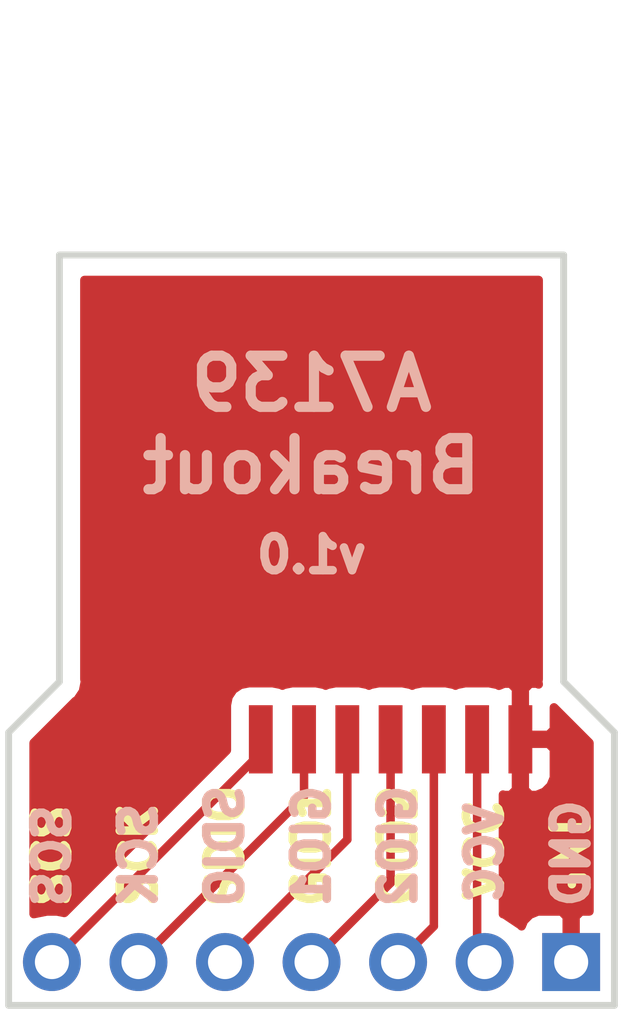
<source format=kicad_pcb>
(kicad_pcb (version 20171130) (host pcbnew "(5.0.0-3-g5ebb6b6)")

  (general
    (thickness 0.8)
    (drawings 24)
    (tracks 12)
    (zones 0)
    (modules 2)
    (nets 8)
  )

  (page A4)
  (layers
    (0 F.Cu signal)
    (31 B.Cu signal)
    (32 B.Adhes user)
    (33 F.Adhes user)
    (34 B.Paste user)
    (35 F.Paste user)
    (36 B.SilkS user)
    (37 F.SilkS user)
    (38 B.Mask user)
    (39 F.Mask user)
    (40 Dwgs.User user)
    (41 Cmts.User user)
    (42 Eco1.User user)
    (43 Eco2.User user)
    (44 Edge.Cuts user)
    (45 Margin user)
    (46 B.CrtYd user)
    (47 F.CrtYd user)
    (48 B.Fab user)
    (49 F.Fab user)
  )

  (setup
    (last_trace_width 0.25)
    (trace_clearance 0.1524)
    (zone_clearance 0.508)
    (zone_45_only no)
    (trace_min 0.1524)
    (segment_width 0.2)
    (edge_width 0.2)
    (via_size 0.6858)
    (via_drill 0.3302)
    (via_min_size 0.6858)
    (via_min_drill 0.3302)
    (uvia_size 0.6858)
    (uvia_drill 0.3302)
    (uvias_allowed no)
    (uvia_min_size 0.2)
    (uvia_min_drill 0.1)
    (pcb_text_width 0.3)
    (pcb_text_size 1.5 1.5)
    (mod_edge_width 0.15)
    (mod_text_size 1 1)
    (mod_text_width 0.15)
    (pad_size 1.524 1.524)
    (pad_drill 0.762)
    (pad_to_mask_clearance 0.0508)
    (aux_axis_origin 0 0)
    (visible_elements FFFFFF7F)
    (pcbplotparams
      (layerselection 0x010f0_ffffffff)
      (usegerberextensions false)
      (usegerberattributes false)
      (usegerberadvancedattributes false)
      (creategerberjobfile false)
      (excludeedgelayer true)
      (linewidth 0.100000)
      (plotframeref false)
      (viasonmask false)
      (mode 1)
      (useauxorigin false)
      (hpglpennumber 1)
      (hpglpenspeed 20)
      (hpglpendiameter 15.000000)
      (psnegative false)
      (psa4output false)
      (plotreference true)
      (plotvalue true)
      (plotinvisibletext false)
      (padsonsilk false)
      (subtractmaskfromsilk false)
      (outputformat 1)
      (mirror false)
      (drillshape 0)
      (scaleselection 1)
      (outputdirectory "../gerbers/"))
  )

  (net 0 "")
  (net 1 "Net-(J1-Pad1)")
  (net 2 "Net-(J1-Pad2)")
  (net 3 "Net-(J1-Pad3)")
  (net 4 "Net-(J1-Pad4)")
  (net 5 "Net-(J1-Pad5)")
  (net 6 "Net-(J1-Pad6)")
  (net 7 "Net-(J1-Pad7)")

  (net_class Default "This is the default net class."
    (clearance 0.1524)
    (trace_width 0.25)
    (via_dia 0.6858)
    (via_drill 0.3302)
    (uvia_dia 0.6858)
    (uvia_drill 0.3302)
    (add_net "Net-(J1-Pad1)")
    (add_net "Net-(J1-Pad2)")
    (add_net "Net-(J1-Pad3)")
    (add_net "Net-(J1-Pad4)")
    (add_net "Net-(J1-Pad5)")
    (add_net "Net-(J1-Pad6)")
    (add_net "Net-(J1-Pad7)")
  )

  (module A7139-Breakout:CustomPinHeader_1x07_P2.54mm_Vertical (layer F.Cu) (tedit 5B6BF0B1) (tstamp 5B834215)
    (at 143.51 125.73 270)
    (descr "Through hole straight pin header, 1x07, 2.54mm pitch, single row")
    (tags "Through hole pin header THT 1x07 2.54mm single row")
    (path /5B6B85E0)
    (fp_text reference J1 (at 7.62 12.7) (layer F.SilkS) hide
      (effects (font (size 1 1) (thickness 0.15)))
    )
    (fp_text value Conn_01x07_Male (at 5.08 6.35) (layer F.Fab) hide
      (effects (font (size 1 1) (thickness 0.15)))
    )
    (fp_line (start -0.635 -1.27) (end 1.27 -1.27) (layer F.Fab) (width 0.1))
    (fp_line (start 1.27 -1.27) (end 1.27 16.51) (layer F.Fab) (width 0.1))
    (fp_line (start 1.27 16.51) (end -1.27 16.51) (layer F.Fab) (width 0.1))
    (fp_line (start -1.27 16.51) (end -1.27 -0.635) (layer F.Fab) (width 0.1))
    (fp_line (start -1.27 -0.635) (end -0.635 -1.27) (layer F.Fab) (width 0.1))
    (fp_line (start -1.33 16.57) (end 1.33 16.57) (layer Cmts.User) (width 0.12))
    (fp_line (start -1.33 1.27) (end -1.33 16.57) (layer Cmts.User) (width 0.12))
    (fp_line (start 1.33 1.27) (end 1.33 16.57) (layer Cmts.User) (width 0.12))
    (fp_line (start -1.33 1.27) (end 1.33 1.27) (layer Cmts.User) (width 0.12))
    (fp_line (start -1.33 0) (end -1.33 -1.33) (layer Cmts.User) (width 0.12))
    (fp_line (start -1.33 -1.33) (end 0 -1.33) (layer Cmts.User) (width 0.12))
    (fp_text user %R (at 0 7.62) (layer F.Fab)
      (effects (font (size 1 1) (thickness 0.15)))
    )
    (pad 1 thru_hole rect (at 0 0) (size 1.7 1.7) (drill 1) (layers *.Cu *.Mask)
      (net 1 "Net-(J1-Pad1)"))
    (pad 2 thru_hole oval (at 0 2.54) (size 1.7 1.7) (drill 1) (layers *.Cu *.Mask)
      (net 2 "Net-(J1-Pad2)"))
    (pad 3 thru_hole oval (at 0 5.08 270) (size 1.7 1.7) (drill 1) (layers *.Cu *.Mask)
      (net 3 "Net-(J1-Pad3)"))
    (pad 4 thru_hole oval (at 0 7.62 270) (size 1.7 1.7) (drill 1) (layers *.Cu *.Mask)
      (net 4 "Net-(J1-Pad4)"))
    (pad 5 thru_hole oval (at 0 10.16 270) (size 1.7 1.7) (drill 1) (layers *.Cu *.Mask)
      (net 5 "Net-(J1-Pad5)"))
    (pad 6 thru_hole oval (at 0 12.7 270) (size 1.7 1.7) (drill 1) (layers *.Cu *.Mask)
      (net 6 "Net-(J1-Pad6)"))
    (pad 7 thru_hole oval (at 0 15.24 270) (size 1.7 1.7) (drill 1) (layers *.Cu *.Mask)
      (net 7 "Net-(J1-Pad7)"))
    (model ${KISYS3DMOD}/Connector_PinHeader_2.54mm.3dshapes/PinHeader_1x07_P2.54mm_Vertical.wrl
      (at (xyz 0 0 0))
      (scale (xyz 1 1 1))
      (rotate (xyz 0 0 0))
    )
  )

  (module A7139-Breakout:A7139-Module (layer F.Cu) (tedit 5B6BF080) (tstamp 5B83520F)
    (at 128.49 118.2)
    (path /5B6B803A)
    (fp_text reference U1 (at 7.62 -15.24) (layer F.SilkS) hide
      (effects (font (size 1 1) (thickness 0.15)))
    )
    (fp_text value A7139 (at 7.62 -17.78) (layer F.Fab) hide
      (effects (font (size 1 1) (thickness 0.15)))
    )
    (fp_line (start 0 0) (end 14.8 0) (layer Cmts.User) (width 0.15))
    (fp_line (start 14.8 0) (end 14.8 -20.6) (layer Cmts.User) (width 0.15))
    (fp_line (start 0 -20.6) (end 14.8 -20.6) (layer Cmts.User) (width 0.15))
    (fp_line (start 0 0) (end 0 -20.6) (layer Cmts.User) (width 0.15))
    (fp_line (start 0 -13) (end 14.8 -13) (layer Cmts.User) (width 0.15))
    (pad 7 smd rect (at 5.91 1) (size 0.7 2) (layers F.Cu F.Paste F.Mask)
      (net 7 "Net-(J1-Pad7)"))
    (pad 6 smd rect (at 7.18 1) (size 0.7 2) (layers F.Cu F.Paste F.Mask)
      (net 6 "Net-(J1-Pad6)"))
    (pad 5 smd rect (at 8.45 1) (size 0.7 2) (layers F.Cu F.Paste F.Mask)
      (net 5 "Net-(J1-Pad5)"))
    (pad 4 smd rect (at 9.72 1) (size 0.7 2) (layers F.Cu F.Paste F.Mask)
      (net 4 "Net-(J1-Pad4)"))
    (pad 3 smd rect (at 10.99 1) (size 0.7 2) (layers F.Cu F.Paste F.Mask)
      (net 3 "Net-(J1-Pad3)"))
    (pad 2 smd rect (at 12.26 1) (size 0.7 2) (layers F.Cu F.Paste F.Mask)
      (net 2 "Net-(J1-Pad2)"))
    (pad 1 smd rect (at 13.53 1) (size 0.7 2) (layers F.Cu F.Paste F.Mask)
      (net 1 "Net-(J1-Pad1)"))
  )

  (gr_text v1.0 (at 135.89 113.792) (layer B.SilkS)
    (effects (font (size 1 1) (thickness 0.25)) (justify mirror))
  )
  (gr_text "A7139\nBreakout" (at 135.89 109.982) (layer B.SilkS)
    (effects (font (size 1.5 1.5) (thickness 0.3)) (justify mirror))
  )
  (gr_line (start 143.29 105) (end 143.29 117.51) (layer Edge.Cuts) (width 0.2))
  (gr_line (start 143.29 117.51) (end 144.78 119) (layer Edge.Cuts) (width 0.2))
  (gr_line (start 128.49 117.51) (end 128.49 105) (layer Edge.Cuts) (width 0.2))
  (gr_line (start 128.49 117.51) (end 127 119) (layer Edge.Cuts) (width 0.2))
  (gr_line (start 144.78 127) (end 144.78 119) (layer Edge.Cuts) (width 0.2))
  (gr_line (start 128.49 105) (end 143.29 105) (layer Edge.Cuts) (width 0.2) (tstamp 5B83503A))
  (gr_line (start 127 127) (end 127 119) (layer Edge.Cuts) (width 0.2) (tstamp 5B834704))
  (gr_line (start 127 127) (end 144.78 127) (layer Edge.Cuts) (width 0.2))
  (gr_text GIO1 (at 135.89 124.23 90) (layer B.SilkS) (tstamp 5B6B94B6)
    (effects (font (size 1 1) (thickness 0.25)) (justify right mirror))
  )
  (gr_text GIO2 (at 138.43 124.23 90) (layer B.SilkS) (tstamp 5B6B944D)
    (effects (font (size 1 1) (thickness 0.25)) (justify right mirror))
  )
  (gr_text GND (at 143.51 124.23 90) (layer B.SilkS) (tstamp 5B6B944C)
    (effects (font (size 1 1) (thickness 0.25)) (justify right mirror))
  )
  (gr_text SCK (at 130.81 124.23 90) (layer B.SilkS) (tstamp 5B6B944B)
    (effects (font (size 1 1) (thickness 0.25)) (justify right mirror))
  )
  (gr_text VCC (at 140.97 124.13 90) (layer B.SilkS) (tstamp 5B6B944A)
    (effects (font (size 1 1) (thickness 0.25)) (justify right mirror))
  )
  (gr_text SDIO (at 133.35 124.23 90) (layer B.SilkS) (tstamp 5B6B9449)
    (effects (font (size 1 1) (thickness 0.25)) (justify right mirror))
  )
  (gr_text SCS (at 128.27 124.23 90) (layer B.SilkS) (tstamp 5B6B9447)
    (effects (font (size 1 1) (thickness 0.25)) (justify right mirror))
  )
  (gr_text SCS (at 128.27 124.23 90) (layer F.SilkS) (tstamp 5B6B943E)
    (effects (font (size 1 1) (thickness 0.25)) (justify left))
  )
  (gr_text SCK (at 130.81 124.23 90) (layer F.SilkS) (tstamp 5B6B943C)
    (effects (font (size 1 1) (thickness 0.25)) (justify left))
  )
  (gr_text SDIO (at 133.35 124.23 90) (layer F.SilkS) (tstamp 5B6B9437)
    (effects (font (size 1 1) (thickness 0.25)) (justify left))
  )
  (gr_text GIO1 (at 135.89 124.23 90) (layer F.SilkS) (tstamp 5B6B9435)
    (effects (font (size 1 1) (thickness 0.25)) (justify left))
  )
  (gr_text GIO2 (at 138.43 124.23 90) (layer F.SilkS) (tstamp 5B6B9433)
    (effects (font (size 1 1) (thickness 0.25)) (justify left))
  )
  (gr_text VCC (at 140.97 124.03 90) (layer F.SilkS) (tstamp 5B6B9430)
    (effects (font (size 1 1) (thickness 0.25)) (justify left))
  )
  (gr_text GND (at 143.51 124.23 90) (layer F.SilkS)
    (effects (font (size 1 1) (thickness 0.25)) (justify left))
  )

  (segment (start 140.75 125.51) (end 140.97 125.73) (width 0.25) (layer F.Cu) (net 2))
  (segment (start 140.75 119.2) (end 140.75 125.51) (width 0.25) (layer F.Cu) (net 2))
  (segment (start 139.48 124.68) (end 138.43 125.73) (width 0.25) (layer F.Cu) (net 3))
  (segment (start 139.48 119.2) (end 139.48 124.68) (width 0.25) (layer F.Cu) (net 3))
  (segment (start 138.21 123.41) (end 135.89 125.73) (width 0.25) (layer F.Cu) (net 4))
  (segment (start 138.21 119.2) (end 138.21 123.41) (width 0.25) (layer F.Cu) (net 4))
  (segment (start 136.94 122.14) (end 136.94 119.2) (width 0.25) (layer F.Cu) (net 5))
  (segment (start 133.35 125.73) (end 136.94 122.14) (width 0.25) (layer F.Cu) (net 5))
  (segment (start 135.67 120.87) (end 130.81 125.73) (width 0.25) (layer F.Cu) (net 6))
  (segment (start 135.67 119.2) (end 135.67 120.87) (width 0.25) (layer F.Cu) (net 6))
  (segment (start 134.4 119.6) (end 134.4 119.2) (width 0.25) (layer F.Cu) (net 7))
  (segment (start 128.27 125.73) (end 134.4 119.6) (width 0.25) (layer F.Cu) (net 7))

  (zone (net 1) (net_name "Net-(J1-Pad1)") (layer F.Cu) (tstamp 5B8359EF) (hatch edge 0.508)
    (connect_pads (clearance 0.508))
    (min_thickness 0.254)
    (fill yes (arc_segments 16) (thermal_gap 0.508) (thermal_bridge_width 0.508))
    (polygon
      (pts
        (xy 126.7714 118.8974) (xy 126.746 127.381) (xy 145.2372 127.5588) (xy 145.2372 119.0498) (xy 143.7132 117.3226)
        (xy 143.5608 104.7242) (xy 128.27 104.775) (xy 128.2192 117.1956)
      )
    )
    (filled_polygon
      (pts
        (xy 142.555001 117.437611) (xy 142.540602 117.51) (xy 142.556501 117.589933) (xy 142.496309 117.565) (xy 142.30575 117.565)
        (xy 142.147 117.72375) (xy 142.147 119.073) (xy 142.84625 119.073) (xy 143.005 118.91425) (xy 143.005 118.264446)
        (xy 144.045001 119.304448) (xy 144.045 124.245) (xy 143.79575 124.245) (xy 143.637 124.40375) (xy 143.637 125.603)
        (xy 143.657 125.603) (xy 143.657 125.857) (xy 143.637 125.857) (xy 143.637 125.877) (xy 143.383 125.877)
        (xy 143.383 125.857) (xy 143.363 125.857) (xy 143.363 125.603) (xy 143.383 125.603) (xy 143.383 124.40375)
        (xy 143.22425 124.245) (xy 142.533691 124.245) (xy 142.300302 124.341673) (xy 142.121673 124.520301) (xy 142.055096 124.681032)
        (xy 142.040625 124.659375) (xy 141.549418 124.331161) (xy 141.51 124.32332) (xy 141.51 120.821045) (xy 141.543691 120.835)
        (xy 141.73425 120.835) (xy 141.893 120.67625) (xy 141.893 119.327) (xy 142.147 119.327) (xy 142.147 120.67625)
        (xy 142.30575 120.835) (xy 142.496309 120.835) (xy 142.729698 120.738327) (xy 142.908327 120.559699) (xy 143.005 120.32631)
        (xy 143.005 119.48575) (xy 142.84625 119.327) (xy 142.147 119.327) (xy 141.893 119.327) (xy 141.873 119.327)
        (xy 141.873 119.073) (xy 141.893 119.073) (xy 141.893 117.72375) (xy 141.73425 117.565) (xy 141.543691 117.565)
        (xy 141.388704 117.629198) (xy 141.347765 117.601843) (xy 141.1 117.55256) (xy 140.4 117.55256) (xy 140.152235 117.601843)
        (xy 140.115 117.626723) (xy 140.077765 117.601843) (xy 139.83 117.55256) (xy 139.13 117.55256) (xy 138.882235 117.601843)
        (xy 138.845 117.626723) (xy 138.807765 117.601843) (xy 138.56 117.55256) (xy 137.86 117.55256) (xy 137.612235 117.601843)
        (xy 137.575 117.626723) (xy 137.537765 117.601843) (xy 137.29 117.55256) (xy 136.59 117.55256) (xy 136.342235 117.601843)
        (xy 136.305 117.626723) (xy 136.267765 117.601843) (xy 136.02 117.55256) (xy 135.32 117.55256) (xy 135.072235 117.601843)
        (xy 135.035 117.626723) (xy 134.997765 117.601843) (xy 134.75 117.55256) (xy 134.05 117.55256) (xy 133.802235 117.601843)
        (xy 133.592191 117.742191) (xy 133.451843 117.952235) (xy 133.40256 118.2) (xy 133.40256 119.522638) (xy 128.636408 124.288791)
        (xy 128.416256 124.245) (xy 128.123744 124.245) (xy 127.735 124.322326) (xy 127.735 119.304446) (xy 128.958538 118.080909)
        (xy 129.019905 118.039905) (xy 129.182354 117.796783) (xy 129.225 117.582388) (xy 129.225 117.582385) (xy 129.239398 117.510001)
        (xy 129.225 117.437617) (xy 129.225 105.735) (xy 142.555 105.735)
      )
    )
  )
)

</source>
